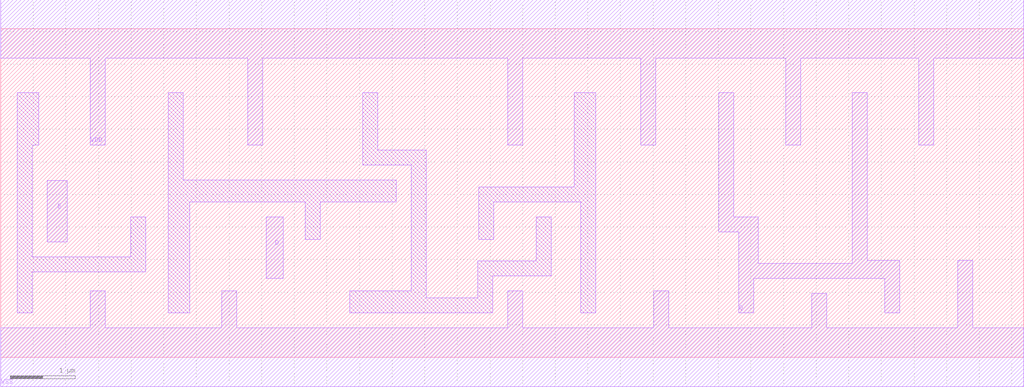
<source format=lef>
# Copyright 2022 GlobalFoundries PDK Authors
#
# Licensed under the Apache License, Version 2.0 (the "License");
# you may not use this file except in compliance with the License.
# You may obtain a copy of the License at
#
#      http://www.apache.org/licenses/LICENSE-2.0
#
# Unless required by applicable law or agreed to in writing, software
# distributed under the License is distributed on an "AS IS" BASIS,
# WITHOUT WARRANTIES OR CONDITIONS OF ANY KIND, either express or implied.
# See the License for the specific language governing permissions and
# limitations under the License.

MACRO gf180mcu_fd_sc_mcu9t5v0__latq_4
  CLASS core ;
  FOREIGN gf180mcu_fd_sc_mcu9t5v0__latq_4 0.0 0.0 ;
  ORIGIN 0 0 ;
  SYMMETRY X Y ;
  SITE GF018hv5v_green_sc9 ;
  SIZE 15.68 BY 5.04 ;
  PIN D
    DIRECTION INPUT ;
    ANTENNAGATEAREA 0.92 ;
    PORT
      LAYER Metal1 ;
        POLYGON 4.07 1.21 4.33 1.21 4.33 2.15 4.07 2.15  ;
    END
  END D
  PIN E
    DIRECTION INPUT ;
    USE clock ;
    ANTENNAGATEAREA 1.164 ;
    PORT
      LAYER Metal1 ;
        POLYGON 0.71 1.77 1.02 1.77 1.02 2.71 0.71 2.71  ;
    END
  END E
  PIN Q
    DIRECTION OUTPUT ;
    ANTENNADIFFAREA 3.276 ;
    PORT
      LAYER Metal1 ;
        POLYGON 11.01 1.92 11.31 1.92 11.31 0.68 11.54 0.68 11.54 1.21 13.55 1.21 13.55 0.68 13.78 0.68 13.78 1.49 13.28 1.49 13.28 4.065 13.05 4.065 13.05 1.44 11.61 1.44 11.61 2.15 11.24 2.15 11.24 4.065 11.01 4.065  ;
    END
  END Q
  PIN VDD
    DIRECTION INOUT ;
    USE power ;
    SHAPE ABUTMENT ;
    PORT
      LAYER Metal1 ;
        POLYGON 0 4.59 1.37 4.59 1.37 3.255 1.6 3.255 1.6 4.59 2.22 4.59 3.79 4.59 3.79 3.255 4.02 3.255 4.02 4.59 7.77 4.59 7.77 3.255 8 3.255 8 4.59 9.12 4.59 9.81 4.59 9.81 3.255 10.04 3.255 10.04 4.59 12.03 4.59 12.03 3.255 12.26 3.255 12.26 4.59 14.07 4.59 14.07 3.255 14.3 3.255 14.3 4.59 15.68 4.59 15.68 5.49 9.12 5.49 2.22 5.49 0 5.49  ;
    END
  END VDD
  PIN VSS
    DIRECTION INOUT ;
    USE ground ;
    SHAPE ABUTMENT ;
    PORT
      LAYER Metal1 ;
        POLYGON 0 -0.45 15.68 -0.45 15.68 0.45 14.9 0.45 14.9 1.49 14.67 1.49 14.67 0.45 12.66 0.45 12.66 0.98 12.43 0.98 12.43 0.45 10.24 0.45 10.24 1.02 10.01 1.02 10.01 0.45 8 0.45 8 1.02 7.77 1.02 7.77 0.45 3.62 0.45 3.62 1.02 3.39 1.02 3.39 0.45 1.6 0.45 1.6 1.02 1.37 1.02 1.37 0.45 0 0.45  ;
    END
  END VSS
  OBS
      LAYER Metal1 ;
        POLYGON 0.25 0.68 0.48 0.68 0.48 1.31 2.22 1.31 2.22 2.15 1.99 2.15 1.99 1.54 0.48 1.54 0.48 3.255 0.58 3.255 0.58 4.065 0.25 4.065  ;
        POLYGON 2.57 0.68 2.9 0.68 2.9 2.38 4.67 2.38 4.67 1.81 4.9 1.81 4.9 2.38 6.06 2.38 6.06 2.72 2.8 2.72 2.8 4.065 2.57 4.065  ;
        POLYGON 5.55 2.95 6.29 2.95 6.29 1.02 5.35 1.02 5.35 0.68 7.54 0.68 7.54 1.25 8.44 1.25 8.44 2.15 8.21 2.15 8.21 1.48 7.31 1.48 7.31 0.91 6.52 0.91 6.52 3.18 5.78 3.18 5.78 4.065 5.55 4.065  ;
        POLYGON 7.33 1.81 7.56 1.81 7.56 2.38 8.89 2.38 8.89 0.68 9.12 0.68 9.12 4.065 8.79 4.065 8.79 2.61 7.33 2.61  ;
  END
END gf180mcu_fd_sc_mcu9t5v0__latq_4

</source>
